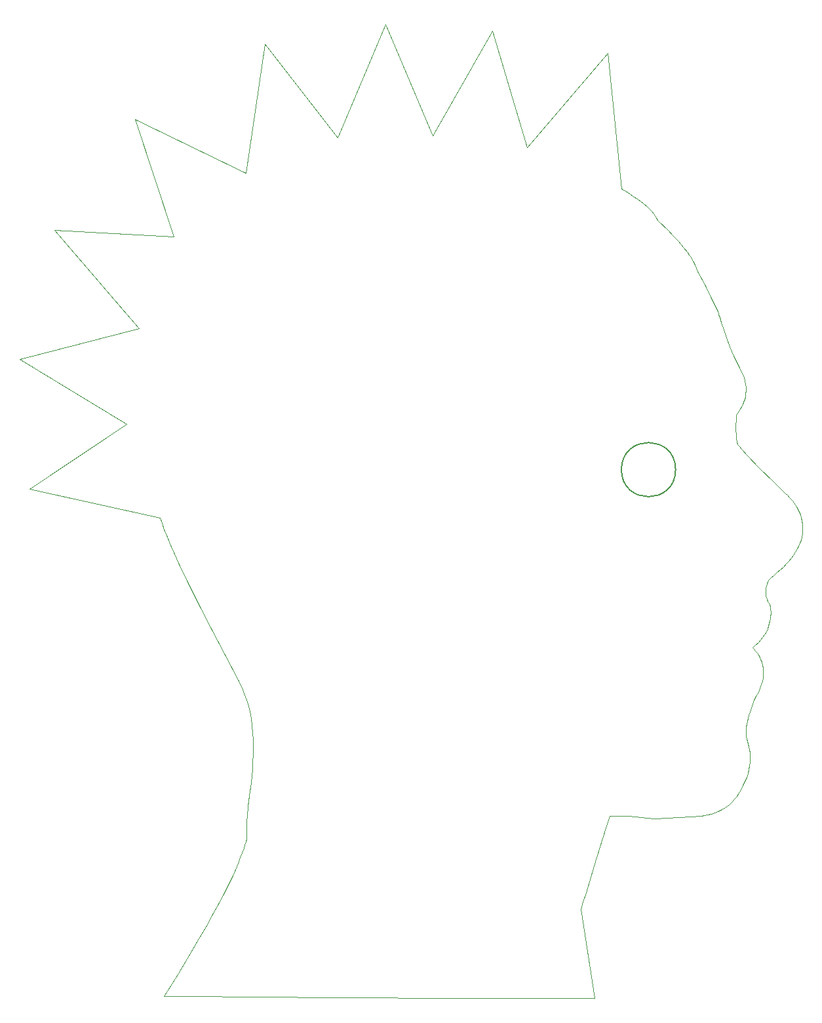
<source format=gbr>
%TF.GenerationSoftware,KiCad,Pcbnew,7.0.2*%
%TF.CreationDate,2023-06-24T07:46:36-05:00*%
%TF.ProjectId,BiohackingPivot,42696f68-6163-46b6-996e-675069766f74,rev?*%
%TF.SameCoordinates,Original*%
%TF.FileFunction,Profile,NP*%
%FSLAX46Y46*%
G04 Gerber Fmt 4.6, Leading zero omitted, Abs format (unit mm)*
G04 Created by KiCad (PCBNEW 7.0.2) date 2023-06-24 07:46:36*
%MOMM*%
%LPD*%
G01*
G04 APERTURE LIST*
%TA.AperFunction,Profile*%
%ADD10C,0.100000*%
%TD*%
%TA.AperFunction,Profile*%
%ADD11C,0.150000*%
%TD*%
G04 APERTURE END LIST*
D10*
X175441000Y-136956000D02*
X175563000Y-136474000D01*
X175725000Y-135126000D02*
X175721000Y-134707000D01*
X96297800Y-52504300D02*
X101261100Y-67640300D01*
X177799000Y-118661000D02*
X177965000Y-118312000D01*
X181909000Y-102856000D02*
X181737000Y-102541200D01*
X169430000Y-142482000D02*
X169827000Y-142422000D01*
X177791000Y-114047600D02*
X177747000Y-113811600D01*
X159285000Y-142496000D02*
X160033000Y-142528000D01*
X101355900Y-108612500D02*
X101909900Y-109816500D01*
X175213000Y-132068000D02*
X175192000Y-131827000D01*
X173886000Y-91963100D02*
X173907000Y-91308900D01*
X171273000Y-76627900D02*
X170753000Y-75585300D01*
X178047000Y-114786800D02*
X177913000Y-114464100D01*
X162776000Y-64099100D02*
X162506000Y-63833600D01*
X175721000Y-134707000D02*
X175693000Y-134302000D01*
X110886500Y-141224000D02*
X110760200Y-142515000D01*
X174533000Y-139066000D02*
X174829000Y-138511000D01*
X110719700Y-143118000D02*
X110698900Y-143691000D01*
X177747000Y-113811600D02*
X177720000Y-113561200D01*
X177965000Y-118312000D02*
X178100000Y-117965000D01*
X101889300Y-162818000D02*
X101455700Y-163521000D01*
X175198000Y-131267000D02*
X175228000Y-130949000D01*
X176436000Y-120372000D02*
X176787000Y-120043000D01*
X180295000Y-100837100D02*
X178731000Y-99291400D01*
X176961000Y-121964000D02*
X176799000Y-121668000D01*
X175439000Y-129849000D02*
X175553000Y-129435000D01*
X168072000Y-70282800D02*
X167882000Y-69989800D01*
X168331000Y-70791100D02*
X168223000Y-70551100D01*
X174004000Y-139911000D02*
X174186000Y-139642000D01*
X108796500Y-150345000D02*
X108294200Y-151385000D01*
X169936000Y-74002500D02*
X168960000Y-72111400D01*
X110006600Y-125732000D02*
X110210800Y-126177000D01*
X110130700Y-147222000D02*
X109887200Y-147859000D01*
X96748100Y-79443700D02*
X96782900Y-79482300D01*
X134779000Y-54572300D02*
X128685700Y-40234000D01*
X109225700Y-149414000D02*
X108796500Y-150345000D01*
X178745000Y-111396000D02*
X179203000Y-111027400D01*
X103172900Y-112447400D02*
X104613400Y-115334800D01*
X82654200Y-100276400D02*
X99532900Y-103952900D01*
X173602000Y-83015600D02*
X173134000Y-81864800D01*
X110698900Y-143691000D02*
X110701100Y-144234000D01*
X111051300Y-139826000D02*
X110886500Y-141224000D01*
X95183600Y-91890400D02*
X82654200Y-100276400D01*
X174475000Y-89900900D02*
X174634000Y-89609800D01*
X176244000Y-120911000D02*
X176046000Y-120705000D01*
X176799000Y-121668000D02*
X176624000Y-121394000D01*
X178397000Y-116366600D02*
X178395000Y-116090600D01*
X182283000Y-106806500D02*
X182384000Y-106410600D01*
X168223000Y-70551100D02*
X168072000Y-70282800D01*
X176046000Y-120705000D02*
X176436000Y-120372000D01*
X172700000Y-80717100D02*
X172321000Y-79649200D01*
X177097000Y-119705000D02*
X177367000Y-119361000D01*
X110722800Y-127535000D02*
X110862000Y-127993000D01*
X172013000Y-78737700D02*
X171798000Y-78059100D01*
X174306000Y-90171800D02*
X174475000Y-89900900D01*
X178213000Y-111922300D02*
X178450000Y-111654400D01*
X176261000Y-127543000D02*
X176507000Y-127014000D01*
X110568300Y-127079000D02*
X110722800Y-127535000D01*
X111277400Y-129851000D02*
X111408500Y-130788000D01*
X161916000Y-63318400D02*
X161267000Y-62825200D01*
X85864000Y-66759800D02*
X96748100Y-79443700D01*
X175108000Y-88270000D02*
X175169000Y-87897700D01*
X178731000Y-99291400D02*
X176934000Y-97493600D01*
X157340000Y-43917900D02*
X146945000Y-56156800D01*
X180295000Y-100837100D02*
X180295000Y-100837100D01*
X110729600Y-144745000D02*
X110726000Y-145010000D01*
X182496000Y-105614200D02*
X182506000Y-105214000D01*
X181048000Y-109143300D02*
X181328000Y-108759000D01*
X175021000Y-88628600D02*
X175108000Y-88270000D01*
X122094500Y-165907000D02*
X138439000Y-166001000D01*
X167882000Y-69989800D02*
X167656000Y-69675400D01*
X175495000Y-133169000D02*
X175298000Y-132473000D01*
X165119000Y-66807800D02*
X163808000Y-65498800D01*
X128685700Y-40234000D02*
X122455900Y-54881100D01*
X174137000Y-94473400D02*
X174043000Y-94135400D01*
X177367000Y-119361000D02*
X177601000Y-119012000D01*
X181991000Y-107593300D02*
X182152000Y-107200800D01*
X102691000Y-165771000D02*
X122094500Y-165907000D01*
X178395000Y-116090600D02*
X178379000Y-115834900D01*
X146945000Y-56156800D02*
X142445000Y-41030000D01*
X177720000Y-113561200D02*
X177717000Y-113299300D01*
X173890000Y-92591700D02*
X173886000Y-91963100D01*
X182481000Y-104767800D02*
X182420000Y-104342100D01*
X163465000Y-64925000D02*
X163257000Y-64644900D01*
X178288000Y-117291900D02*
X178345000Y-116969700D01*
X111251000Y-138133000D02*
X111051300Y-139826000D01*
X180295000Y-100837100D02*
X180295000Y-100837100D01*
X173907000Y-91308900D02*
X173955000Y-90647700D01*
X100859200Y-107491000D02*
X101355900Y-108612500D01*
X174327000Y-84580600D02*
X174085000Y-84093200D01*
X178349000Y-115601900D02*
X178309000Y-115394100D01*
X174684000Y-95171900D02*
X174252000Y-94691800D01*
X175577000Y-133534000D02*
X175495000Y-133169000D01*
X171148000Y-142063000D02*
X171611000Y-141871000D01*
X174910000Y-88972400D02*
X175021000Y-88628600D01*
X182384000Y-106410600D02*
X182455000Y-106013100D01*
X105405600Y-156824000D02*
X104541200Y-158345000D01*
X176437000Y-121141000D02*
X176244000Y-120911000D01*
X111495000Y-131727000D02*
X111541700Y-132666000D01*
X179203000Y-111027400D02*
X179631000Y-110655900D01*
X174780000Y-89299900D02*
X174910000Y-88972400D01*
X176787000Y-120043000D02*
X177097000Y-119705000D01*
X173969000Y-93696600D02*
X173918000Y-93175800D01*
X181369000Y-101983200D02*
X181182000Y-101741000D01*
X175198000Y-87117500D02*
X175158000Y-86712300D01*
X154527000Y-152398000D02*
X155573000Y-148938000D01*
X174829000Y-138511000D02*
X175077000Y-137974000D01*
X175158000Y-86712300D02*
X175079000Y-86298700D01*
X175553000Y-129435000D02*
X175692000Y-128996000D01*
X163649000Y-65209700D02*
X163465000Y-64925000D01*
X173134000Y-81864800D02*
X172700000Y-80717100D01*
X81441000Y-83495200D02*
X95183600Y-91890400D01*
X155573000Y-148938000D02*
X156650000Y-145375000D01*
X165815000Y-67535000D02*
X165119000Y-66807800D01*
X172980000Y-141012000D02*
X173409000Y-140618000D01*
X158028000Y-142491000D02*
X158609000Y-142483000D01*
X163257000Y-64644900D02*
X163027000Y-64369600D01*
X110323700Y-146672000D02*
X110130700Y-147222000D01*
X110580200Y-145807000D02*
X110471600Y-146202000D01*
X111424700Y-136360000D02*
X111251000Y-138133000D01*
X168960000Y-72111400D02*
X168566000Y-71316100D01*
X179631000Y-110655900D02*
X180029000Y-110281700D01*
X163416000Y-142819000D02*
X168061000Y-142539000D01*
X110397800Y-126626000D02*
X110568300Y-127079000D01*
X182152000Y-107200800D02*
X182283000Y-106806500D01*
X175702000Y-135559000D02*
X175725000Y-135126000D01*
X160575000Y-62355100D02*
X159851000Y-61909500D01*
X177797000Y-112752900D02*
X177891000Y-112474500D01*
X110471600Y-146202000D02*
X110323700Y-146672000D01*
X177740000Y-113028800D02*
X177797000Y-112752900D01*
X167119000Y-68996500D02*
X166493000Y-68273800D01*
X177325000Y-122975000D02*
X177227000Y-122618000D01*
X174634000Y-89609800D02*
X174780000Y-89299900D01*
X152538000Y-166043000D02*
X155614000Y-166043000D01*
X107888700Y-121683000D02*
X109654200Y-125045000D01*
X138439000Y-166001000D02*
X146082000Y-166031000D01*
X111408500Y-130788000D02*
X111495000Y-131727000D01*
X176044000Y-128050000D02*
X176261000Y-127543000D01*
X175692000Y-128996000D02*
X175855000Y-128535000D01*
X155614000Y-166043000D02*
X153851000Y-154488000D01*
X175644000Y-133912000D02*
X175577000Y-133534000D01*
X182506000Y-105214000D02*
X182481000Y-104767800D01*
X163808000Y-65498800D02*
X163649000Y-65209700D01*
X99532900Y-103952900D02*
X99756800Y-104683000D01*
X177394000Y-124586000D02*
X177432000Y-124157000D01*
X182420000Y-104342100D02*
X182328000Y-103937600D01*
X180824000Y-101333100D02*
X180517000Y-101030400D01*
X109587400Y-148587000D02*
X109225700Y-149414000D01*
X171645000Y-77505700D02*
X171564000Y-77279800D01*
X175280000Y-137456000D02*
X175441000Y-136956000D01*
X175693000Y-134302000D02*
X175644000Y-133912000D01*
X110701100Y-144234000D02*
X110729600Y-144745000D01*
X167656000Y-69675400D02*
X167119000Y-68996500D01*
X182209000Y-103554800D02*
X182068000Y-103194100D01*
X175187000Y-131559000D02*
X175198000Y-131267000D01*
X178450000Y-111654400D02*
X178745000Y-111396000D01*
X176624000Y-121394000D02*
X176437000Y-121141000D01*
X104613400Y-115334800D02*
X106196800Y-118430000D01*
X106292100Y-155223000D02*
X105405600Y-156824000D01*
X100055300Y-105520100D02*
X100424300Y-106458200D01*
X96782900Y-79482300D02*
X81441000Y-83495200D01*
X176782000Y-126462000D02*
X177011000Y-125970000D01*
X110726000Y-145010000D02*
X110701700Y-145217000D01*
X170249000Y-142334000D02*
X170692000Y-142216000D01*
X175077000Y-137974000D02*
X175280000Y-137456000D01*
X181800000Y-107983900D02*
X181991000Y-107593300D01*
X182068000Y-103194100D02*
X181909000Y-102856000D01*
X110701700Y-145217000D02*
X110655000Y-145480000D01*
X101261100Y-67640300D02*
X85864000Y-66759800D01*
X171694000Y-77690000D02*
X171645000Y-77505700D01*
X174252000Y-94691800D02*
X174192000Y-94598800D01*
X173409000Y-140618000D02*
X173614000Y-140399000D01*
X178151000Y-114991600D02*
X178047000Y-114786800D01*
X99756800Y-104683000D02*
X100055300Y-105520100D01*
X170753000Y-75585300D02*
X169936000Y-74002500D01*
X173918000Y-93175800D02*
X173890000Y-92591700D01*
X110595600Y-59412400D02*
X96297800Y-52504300D01*
X111541700Y-132666000D02*
X111553200Y-133601000D01*
X160033000Y-142528000D02*
X161655000Y-142640000D01*
X102995700Y-160984000D02*
X101889300Y-162818000D01*
X174132000Y-90421100D02*
X174306000Y-90171800D01*
X111553200Y-133601000D02*
X111534300Y-134531000D01*
X178345000Y-116969700D02*
X178381000Y-116660400D01*
X178309000Y-115394100D02*
X178265000Y-115186400D01*
X177432000Y-124157000D02*
X177431000Y-123745000D01*
X110655000Y-145480000D02*
X110580200Y-145807000D01*
X153851000Y-154488000D02*
X154143000Y-153619000D01*
X159107000Y-61489600D02*
X157340000Y-43917900D01*
X108294200Y-151385000D02*
X107713100Y-152541000D01*
X122455900Y-54881100D02*
X113080900Y-42713800D01*
X177601000Y-119012000D02*
X177799000Y-118661000D01*
X110862000Y-127993000D02*
X111096800Y-128918000D01*
X111534300Y-134531000D02*
X111489900Y-135451000D01*
X175563000Y-136474000D02*
X175649000Y-136009000D01*
X100424300Y-106458200D02*
X100859200Y-107491000D01*
X175169000Y-87897700D02*
X175200000Y-87513100D01*
X175348000Y-130240000D02*
X175439000Y-129849000D01*
X111489900Y-135451000D02*
X111424700Y-136360000D01*
X163287000Y-142804000D02*
X163416000Y-142819000D01*
X170692000Y-142216000D02*
X171148000Y-142063000D01*
X181328000Y-108759000D02*
X181579000Y-108372500D01*
X171611000Y-141871000D02*
X172075000Y-141634000D01*
X174565000Y-85020900D02*
X174327000Y-84580600D01*
X176934000Y-97493600D02*
X175308000Y-95831200D01*
X171564000Y-77279800D02*
X171273000Y-76627900D01*
X109784800Y-125291000D02*
X110006600Y-125732000D01*
X169066000Y-142521000D02*
X169430000Y-142482000D01*
X178100000Y-117965000D02*
X178207000Y-117624600D01*
X168461000Y-142548000D02*
X169066000Y-142521000D01*
X109887200Y-147859000D02*
X109587400Y-148587000D01*
X161267000Y-62825200D02*
X160575000Y-62355100D01*
X101909900Y-109816500D02*
X103172900Y-112447400D01*
X180517000Y-101030400D02*
X180295000Y-100837100D01*
X174786000Y-85451700D02*
X174565000Y-85020900D01*
X175855000Y-128535000D02*
X176044000Y-128050000D01*
X180738000Y-109525300D02*
X181048000Y-109143300D01*
X142445000Y-41030000D02*
X134779000Y-54572300D01*
X157165000Y-143727000D02*
X157566000Y-142521000D01*
X154143000Y-153619000D02*
X154527000Y-152398000D01*
X176507000Y-127014000D02*
X176782000Y-126462000D01*
X107713100Y-152541000D02*
X107047600Y-153818000D01*
X177431000Y-123745000D02*
X177394000Y-123350000D01*
X178265000Y-115186400D02*
X178151000Y-114991600D01*
X159851000Y-61909500D02*
X159107000Y-61489600D01*
X181579000Y-108372500D02*
X181800000Y-107983900D01*
X109654200Y-125045000D02*
X109784800Y-125291000D01*
X166493000Y-68273800D02*
X165815000Y-67535000D01*
X175200000Y-87513100D02*
X175198000Y-87117500D01*
X158609000Y-142483000D02*
X159285000Y-142496000D01*
X161655000Y-142640000D02*
X163287000Y-142804000D01*
X162506000Y-63833600D02*
X161916000Y-63318400D01*
X177227000Y-122618000D02*
X177105000Y-122281000D01*
X181555000Y-102250000D02*
X181369000Y-101983200D01*
X175079000Y-86298700D02*
X174956000Y-85878000D01*
X171798000Y-78059100D02*
X171694000Y-77690000D01*
X177188000Y-125493000D02*
X177314000Y-125031000D01*
X180029000Y-110281700D02*
X180399000Y-109904800D01*
X101455700Y-163521000D02*
X100064100Y-165749000D01*
X173813000Y-140163000D02*
X174004000Y-139911000D01*
X177891000Y-112474500D02*
X178028000Y-112196600D01*
X100064100Y-165749000D02*
X102691000Y-165771000D01*
X172321000Y-79649200D02*
X172013000Y-78737700D01*
X177314000Y-125031000D02*
X177394000Y-124586000D01*
X177717000Y-113299300D02*
X177740000Y-113028800D01*
X178379000Y-115834900D02*
X178349000Y-115601900D01*
X181737000Y-102541200D02*
X181555000Y-102250000D01*
X106196800Y-118430000D02*
X107888700Y-121683000D01*
X181182000Y-101741000D02*
X180824000Y-101333100D01*
X113080900Y-42713800D02*
X110595600Y-59412400D01*
X174192000Y-94598800D02*
X174137000Y-94473400D01*
X178028000Y-112196600D02*
X178213000Y-111922300D01*
D11*
X166125089Y-97750000D02*
G75*
G03*
X166125089Y-97750000I-3500089J0D01*
G01*
D10*
X182328000Y-103937600D02*
X182209000Y-103554800D01*
X175192000Y-131827000D02*
X175187000Y-131559000D01*
X172534000Y-141349000D02*
X172980000Y-141012000D01*
X174186000Y-139642000D02*
X174533000Y-139066000D01*
X173955000Y-90647700D02*
X174132000Y-90421100D01*
X110210800Y-126177000D02*
X110397800Y-126626000D01*
X178207000Y-117624600D02*
X178288000Y-117291900D01*
X177105000Y-122281000D02*
X176961000Y-121964000D01*
X157566000Y-142521000D02*
X158028000Y-142491000D01*
X180399000Y-109904800D02*
X180738000Y-109525300D01*
X168566000Y-71316100D02*
X168331000Y-70791100D01*
X104541200Y-158345000D02*
X102995700Y-160984000D01*
X110760200Y-142515000D02*
X110719700Y-143118000D01*
X178381000Y-116660400D02*
X178397000Y-116366600D01*
X146082000Y-166031000D02*
X152538000Y-166043000D01*
X107047600Y-153818000D02*
X106292100Y-155223000D01*
X156650000Y-145375000D02*
X157165000Y-143727000D01*
X168061000Y-142539000D02*
X168461000Y-142548000D01*
X175249000Y-132284000D02*
X175213000Y-132068000D01*
X175278000Y-130607000D02*
X175348000Y-130240000D01*
X175298000Y-132473000D02*
X175249000Y-132284000D01*
X174085000Y-84093200D02*
X173602000Y-83015600D01*
X177394000Y-123350000D02*
X177325000Y-122975000D01*
X111096800Y-128918000D02*
X111277400Y-129851000D01*
X177913000Y-114464100D02*
X177791000Y-114047600D01*
X174956000Y-85878000D02*
X174786000Y-85451700D01*
X173614000Y-140399000D02*
X173813000Y-140163000D01*
X175308000Y-95831200D02*
X174684000Y-95171900D01*
X163027000Y-64369600D02*
X162776000Y-64099100D01*
X174043000Y-94135400D02*
X173969000Y-93696600D01*
X169827000Y-142422000D02*
X170249000Y-142334000D01*
X175228000Y-130949000D02*
X175278000Y-130607000D01*
X177011000Y-125970000D02*
X177188000Y-125493000D01*
X172075000Y-141634000D02*
X172534000Y-141349000D01*
X182455000Y-106013100D02*
X182496000Y-105614200D01*
X175649000Y-136009000D02*
X175702000Y-135559000D01*
M02*

</source>
